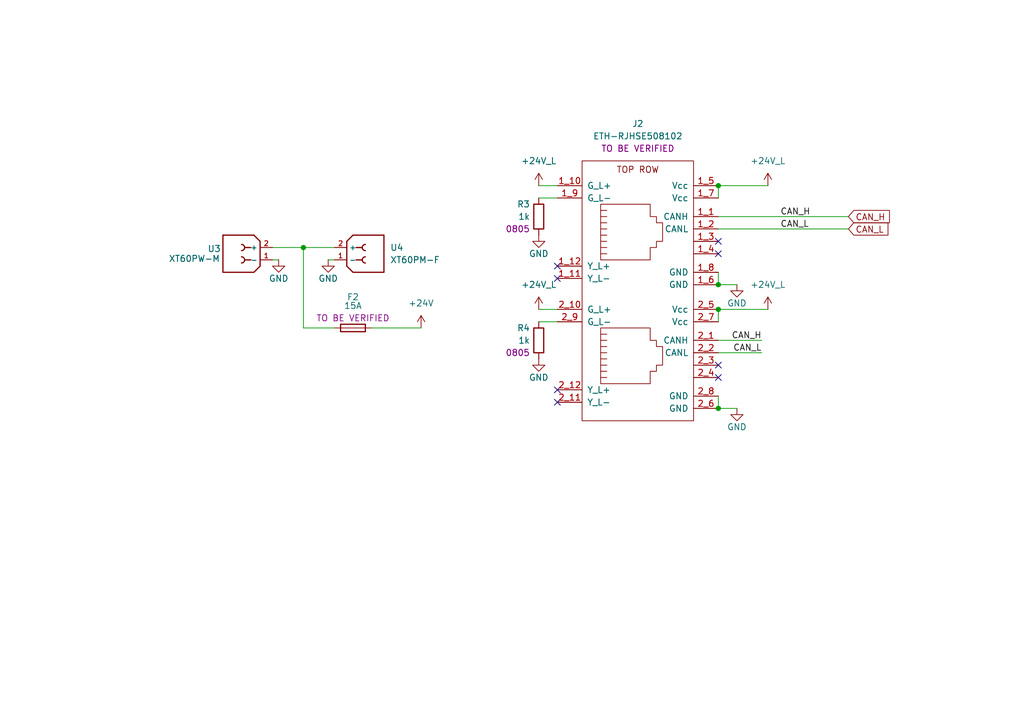
<source format=kicad_sch>
(kicad_sch (version 20231120) (generator "eeschema") (generator_version "8.0")
  (paper "A5")
  (title_block (title "ARM-JL Driver") (date "2025-02-03") (rev "REV0") (company "RobotiqueUdeS") (comment 1 "Made by Philippe Michaud"))
  (lib_symbols
    (symbol "RoverLibrary:ETH-RJHSE508102" (pin_names (offset 1.016))
      (property "Reference" "J" (at 0 11.684 0))
      (property "Value" "ETH-RJHSE508102" (at 0 9.398 0))
      (property "STATUS" "TO BE VERIFIED" (at 0.254 13.97 0))
      (symbol "ETH-RJHSE508102_0_1"
        (polyline (pts (xy 6.35 -29.21) (xy 7.62 -29.21)))
        (polyline (pts (xy 6.35 -27.94) (xy 7.62 -27.94)))
        (polyline (pts (xy 6.35 -3.81) (xy 7.62 -3.81)))
        (polyline (pts (xy 6.35 -2.54) (xy 7.62 -2.54)))
        (polyline (pts (xy 6.35 -30.48) (xy 7.62 -30.48) (xy 7.62 -30.48)))
        (polyline (pts (xy 6.35 -5.08) (xy 7.62 -5.08) (xy 7.62 -5.08)))
        (polyline (pts (xy 7.62 -36.83) (xy 6.35 -36.83) (xy 6.35 -36.83)))
        (polyline (pts (xy 7.62 -35.56) (xy 6.35 -35.56) (xy 6.35 -35.56)))
        (polyline (pts (xy 7.62 -34.29) (xy 6.35 -34.29) (xy 6.35 -34.29)))
        (polyline (pts (xy 7.62 -33.02) (xy 6.35 -33.02) (xy 6.35 -33.02)))
        (polyline (pts (xy 7.62 -31.75) (xy 6.35 -31.75) (xy 6.35 -31.75)))
        (polyline (pts (xy 7.62 -11.43) (xy 6.35 -11.43) (xy 6.35 -11.43)))
        (polyline (pts (xy 7.62 -10.16) (xy 6.35 -10.16) (xy 6.35 -10.16)))
        (polyline (pts (xy 7.62 -8.89) (xy 6.35 -8.89) (xy 6.35 -8.89)))
        (polyline (pts (xy 7.62 -7.62) (xy 6.35 -7.62) (xy 6.35 -7.62)))
        (polyline (pts (xy 7.62 -6.35) (xy 6.35 -6.35) (xy 6.35 -6.35)))
        (polyline (pts (xy 7.62 -38.1) (xy 7.62 -26.67) (xy -2.54 -26.67) (xy -2.54 -29.21) (xy -3.81 -29.21) (xy -3.81 -30.48) (xy -5.08 -30.48) (xy -5.08 -34.29) (xy -3.81 -34.29) (xy -3.81 -35.56) (xy -2.54 -35.56) (xy -2.54 -38.1) (xy 7.62 -38.1) (xy 7.62 -38.1)))
        (polyline (pts (xy 7.62 -12.7) (xy 7.62 -1.27) (xy -2.54 -1.27) (xy -2.54 -3.81) (xy -3.81 -3.81) (xy -3.81 -5.08) (xy -5.08 -5.08) (xy -5.08 -8.89) (xy -3.81 -8.89) (xy -3.81 -10.16) (xy -2.54 -10.16) (xy -2.54 -12.7) (xy 7.62 -12.7) (xy 7.62 -12.7)))
      )
      (symbol "ETH-RJHSE508102_1_1"
        (rectangle (start -11.43 7.62) (end 11.43 -45.72))
        (text "TOP ROW" (at 0 5.842 0) (effects (font (size 1.27 1.27))))
        (pin passive line (at -16.51 -3.81 0) (length 5.08) (name "CANH") (number "1_1"))
        (pin passive line (at 16.51 2.54 180) (length 5.08) (name "G_L+") (number "1_10"))
        (pin passive line (at 16.51 -16.51 180) (length 5.08) (name "Y_L-") (number "1_11"))
        (pin passive line (at 16.51 -13.97 180) (length 5.08) (name "Y_L+") (number "1_12"))
        (pin passive line (at -16.51 -6.35 0) (length 5.08) (name "CANL") (number "1_2"))
        (pin passive line (at -16.51 -8.89 0) (length 5.08) (name "~") (number "1_3"))
        (pin passive line (at -16.51 -11.43 0) (length 5.08) (name "~") (number "1_4"))
        (pin passive line (at -16.51 2.54 0) (length 5.08) (name "Vcc") (number "1_5"))
        (pin passive line (at -16.51 -17.78 0) (length 5.08) (name "GND") (number "1_6"))
        (pin passive line (at -16.51 0 0) (length 5.08) (name "Vcc") (number "1_7"))
        (pin passive line (at -16.51 -15.24 0) (length 5.08) (name "GND") (number "1_8"))
        (pin passive line (at 16.51 0 180) (length 5.08) (name "G_L-") (number "1_9"))
        (pin passive line (at -16.51 -29.21 0) (length 5.08) (name "CANH") (number "2_1"))
        (pin passive line (at 16.51 -22.86 180) (length 5.08) (name "G_L+") (number "2_10"))
        (pin passive line (at 16.51 -41.91 180) (length 5.08) (name "Y_L-") (number "2_11"))
        (pin passive line (at 16.51 -39.37 180) (length 5.08) (name "Y_L+") (number "2_12"))
        (pin passive line (at -16.51 -31.75 0) (length 5.08) (name "CANL") (number "2_2"))
        (pin passive line (at -16.51 -34.29 0) (length 5.08) (name "~") (number "2_3"))
        (pin passive line (at -16.51 -36.83 0) (length 5.08) (name "~") (number "2_4"))
        (pin passive line (at -16.51 -22.86 0) (length 5.08) (name "Vcc") (number "2_5"))
        (pin passive line (at -16.51 -43.18 0) (length 5.08) (name "GND") (number "2_6"))
        (pin passive line (at -16.51 -25.4 0) (length 5.08) (name "Vcc") (number "2_7"))
        (pin passive line (at -16.51 -40.64 0) (length 5.08) (name "GND") (number "2_8"))
        (pin passive line (at 16.51 -25.4 180) (length 5.08) (name "G_L-") (number "2_9"))
      )
    )
    (symbol "RoverLibrary:FuseHolder-3588-20" (pin_numbers hide) (pin_names (offset 0))
      (property "Reference" "F" (at 2.032 0 90))
      (property "Value" "FuseHolder-3588-20" (at -1.905 0 90))
      (property "STATUS" "TO BE VERIFIED" (at -4.064 -0.254 90))
      (symbol "FuseHolder-3588-20_0_1"
        (rectangle (start -0.762 2.54) (end 0.762 -2.54) (stroke (width 0.254)))
        (polyline (pts (xy 0 2.54) (xy 0 -2.54)))
      )
      (symbol "FuseHolder-3588-20_1_1"
        (pin power_out line (at 0 3.81 270) (length 1.27) (name "~") (number "1"))
        (pin power_in line (at 0 -3.81 90) (length 1.27) (name "~") (number "2"))
      )
    )
    (symbol "RoverLibrary:R_0805" (pin_numbers hide) (pin_names (offset 0))
      (property "Reference" "R" (at 2.032 0 90))
      (property "Value" "k" (at 0 0 90))
      (property "Package" "0805" (at -2.032 0 90))
      (symbol "R_0805_0_1"
        (rectangle (start -1.016 -2.54) (end 1.016 2.54) (stroke (width 0.254)))
      )
      (symbol "R_0805_1_1"
        (pin passive line (at 0 3.81 270) (length 1.27) (name "~") (number "1"))
        (pin passive line (at 0 -3.81 90) (length 1.27) (name "~") (number "2"))
      )
    )
    (symbol "RoverLibrary:XT60PW-F"
      (property "Reference" "U" (at 0 0 0))
      (property "Value" "XT60PM-F" (at 0 -1.524 0))
      (symbol "XT60PW-F_0_0"
        (polyline (pts (xy -3.81 -10.16) (xy -3.81 -2.54)) (stroke (width 0.254)))
        (polyline (pts (xy -3.81 -2.54) (xy 2.54 -2.54)) (stroke (width 0.254)))
        (polyline (pts (xy 1.9077 -7.62) (xy 0.6377 -7.62)) (stroke (width 0.254)))
        (polyline (pts (xy 1.9077 -5.08) (xy 0.6377 -5.08)) (stroke (width 0.254)))
        (polyline (pts (xy 2.54 -10.16) (xy -3.81 -10.16)) (stroke (width 0.254)))
        (polyline (pts (xy 3.81 -8.89) (xy 2.54 -10.16)) (stroke (width 0.254)))
        (polyline (pts (xy 3.81 -5.08) (xy 3.81 -8.89)) (stroke (width 0.254)))
        (polyline (pts (xy 3.81 -3.81) (xy 2.54 -2.54)) (stroke (width 0.254)))
        (polyline (pts (xy 3.81 -3.81) (xy 3.81 -5.08)) (stroke (width 0.254)))
        (arc (start 0.0027 -8.255) (mid 0.635 -7.62) (end 0.0027 -6.985) (stroke (width 0.254)))
        (arc (start 0.0027 -5.715) (mid 0.635 -5.08) (end 0.0027 -4.445) (stroke (width 0.254)))
      )
      (symbol "XT60PW-F_1_0"
        (pin power_in line (at 6.35 -7.62 180) (length 2.54) (name "-") (number "1"))
        (pin power_in line (at 6.35 -5.08 180) (length 2.54) (name "+") (number "2"))
      )
    )
    (symbol "RoverLibrary:XT60PW-M"
      (property "Reference" "U" (at 0 0 0))
      (property "Value" "XT60PW-M" (at 0 -1.524 0))
      (symbol "XT60PW-M_0_0"
        (polyline (pts (xy -3.81 -10.16) (xy -3.81 -2.54)) (stroke (width 0.254)))
        (polyline (pts (xy -3.81 -2.54) (xy 2.54 -2.54)) (stroke (width 0.254)))
        (polyline (pts (xy 1.9077 -7.62) (xy 0.6377 -7.62)) (stroke (width 0.254)))
        (polyline (pts (xy 1.9077 -5.08) (xy 0.6377 -5.08)) (stroke (width 0.254)))
        (polyline (pts (xy 2.54 -10.16) (xy -3.81 -10.16)) (stroke (width 0.254)))
        (polyline (pts (xy 3.81 -8.89) (xy 2.54 -10.16)) (stroke (width 0.254)))
        (polyline (pts (xy 3.81 -5.08) (xy 3.81 -8.89)) (stroke (width 0.254)))
        (polyline (pts (xy 3.81 -3.81) (xy 2.54 -2.54)) (stroke (width 0.254)))
        (polyline (pts (xy 3.81 -3.81) (xy 3.81 -5.08)) (stroke (width 0.254)))
        (arc (start 0.0027 -8.255) (mid 0.635 -7.62) (end 0.0027 -6.985) (stroke (width 0.254)))
        (arc (start 0.0027 -5.715) (mid 0.635 -5.08) (end 0.0027 -4.445) (stroke (width 0.254)))
      )
      (symbol "XT60PW-M_1_0"
        (pin power_out line (at 6.35 -7.62 180) (length 2.54) (name "-") (number "1"))
        (pin power_out line (at 6.35 -5.08 180) (length 2.54) (name "+") (number "2"))
      )
    )
    (symbol "power:+24V" (power) (pin_numbers hide) (pin_names (offset 0) hide)
      (property "Value" "+24V" (at 0 3.556 0))
      (symbol "+24V_0_1"
        (polyline (pts (xy -0.762 1.27) (xy 0 2.54)))
        (polyline (pts (xy 0 0) (xy 0 2.54)))
        (polyline (pts (xy 0 2.54) (xy 0.762 1.27)))
      )
      (symbol "+24V_1_1"
        (pin power_in line (at 0 0 90) (length 0) (name "~") (number "1"))
      )
    )
    (symbol "power:GND" (power) (pin_numbers hide) (pin_names (offset 0) hide)
      (property "Value" "GND" (at 0 -3.81 0))
      (symbol "GND_0_1"
        (polyline (pts (xy 0 0) (xy 0 -1.27) (xy 1.27 -1.27) (xy 0 -2.54) (xy -1.27 -1.27) (xy 0 -1.27)))
      )
      (symbol "GND_1_1"
        (pin power_in line (at 0 0 270) (length 0) (name "~") (number "1"))
      )
    )
  )
  (junction (at 147.32 83.82))
  (junction (at 147.32 58.42))
  (junction (at 62.23 50.8))
  (junction (at 147.32 38.1))
  (junction (at 147.32 63.5))
  (no_connect (at 114.3 80.01))
  (no_connect (at 147.32 77.47))
  (no_connect (at 114.3 57.15))
  (no_connect (at 147.32 74.93))
  (no_connect (at 147.32 49.53))
  (no_connect (at 114.3 54.61))
  (no_connect (at 147.32 52.07))
  (no_connect (at 114.3 82.55))
  (wire (pts (xy 147.32 81.28) (xy 147.32 83.82)))
  (wire (pts (xy 173.99 46.99) (xy 147.32 46.99)))
  (wire (pts (xy 57.15 53.34) (xy 55.88 53.34)))
  (wire (pts (xy 156.21 69.85) (xy 147.32 69.85)))
  (wire (pts (xy 151.13 83.82) (xy 147.32 83.82)))
  (wire (pts (xy 110.49 38.1) (xy 114.3 38.1)))
  (wire (pts (xy 157.48 63.5) (xy 147.32 63.5)))
  (wire (pts (xy 62.23 67.31) (xy 68.58 67.31)))
  (wire (pts (xy 55.88 50.8) (xy 62.23 50.8)))
  (wire (pts (xy 147.32 72.39) (xy 156.2189 72.39)))
  (wire (pts (xy 147.32 38.1) (xy 147.32 40.64)))
  (wire (pts (xy 86.36 67.31) (xy 76.2 67.31)))
  (wire (pts (xy 110.49 40.64) (xy 114.3 40.64)))
  (wire (pts (xy 62.23 50.8) (xy 62.23 67.31)))
  (wire (pts (xy 147.32 63.5) (xy 147.32 66.04)))
  (wire (pts (xy 110.49 66.04) (xy 114.3 66.04)))
  (wire (pts (xy 151.13 58.42) (xy 147.32 58.42)))
  (wire (pts (xy 67.31 53.34) (xy 68.58 53.34)))
  (wire (pts (xy 157.48 38.1) (xy 147.32 38.1)))
  (wire (pts (xy 62.23 50.8) (xy 68.58 50.8)))
  (wire (pts (xy 173.99 44.45) (xy 147.32 44.45)))
  (wire (pts (xy 147.32 55.88) (xy 147.32 58.42)))
  (wire (pts (xy 110.49 63.5) (xy 114.3 63.5)))
  (label "CAN_H" (at 156.21 69.85 180))
  (label "CAN_L" (at 156.2189 72.39 180))
  (label "CAN_H" (at 160.02 44.45 0))
  (label "CAN_L" (at 160.0289 46.99 0))
  (global_label "CAN_L" (shape input) (at 173.99 46.99 0) (property "Intersheetrefs" "${INTERSHEET_REFS}" (effects (hide yes))))
  (global_label "CAN_H" (shape input) (at 173.99 44.45 0) (property "Intersheetrefs" "${INTERSHEET_REFS}" (effects (hide yes))))
  (symbol (lib_id "power:GND") (at 67.31 53.34 0) (unit 1)
    (property "Reference" "#PWR013" (effects (hide yes)))
    (property "Value" "GND" (at 67.31 57.15 0))
    (property "Description" "Power symbol creates a global label with name \"GND\" , ground" (effects (hide yes)))
  )
  (symbol (lib_id "power:GND") (at 151.13 83.82 0) (unit 1)
    (property "Reference" "#PWR020" (effects (hide yes)))
    (property "Value" "GND" (at 151.13 87.63 0))
    (property "Description" "Power symbol creates a global label with name \"GND\" , ground" (effects (hide yes)))
  )
  (symbol (lib_id "RoverLibrary:XT60PW-F") (at 74.93 45.72 0) (mirror y) (unit 1)
    (property "Reference" "U4" (at 80.01 50.7999 0) (effects (justify right)))
    (property "Value" "XT60PM-F" (at 80.01 53.3399 0) (effects (justify right)))
    (property "Footprint" "RoverFootprint:AMASS_XT60PW-F_1x02_P7.20mm_Horizontal" (effects (hide yes)))
    (property "STATUS" "APPROVED" (effects (hide yes)))
  )
  (symbol (lib_id "power:GND") (at 110.49 73.66 0) (unit 1)
    (property "Reference" "#PWR018" (effects (hide yes)))
    (property "Value" "GND" (at 110.49 77.47 0))
    (property "Description" "Power symbol creates a global label with name \"GND\" , ground" (effects (hide yes)))
  )
  (symbol (lib_id "power:+24V") (at 110.49 63.5 0) (mirror y) (unit 1)
    (property "Reference" "#PWR017" (effects (hide yes)))
    (property "Value" "+24V_L" (at 110.49 58.42 0))
    (property "Description" "Power symbol creates a global label with name \"+24V\"" (effects (hide yes)))
  )
  (symbol (lib_id "power:+24V") (at 157.48 38.1 0) (mirror y) (unit 1)
    (property "Reference" "#PWR021" (effects (hide yes)))
    (property "Value" "+24V_L" (at 157.48 33.02 0))
    (property "Description" "Power symbol creates a global label with name \"+24V\"" (effects (hide yes)))
  )
  (symbol (lib_id "power:GND") (at 110.49 48.26 0) (unit 1)
    (property "Reference" "#PWR016" (effects (hide yes)))
    (property "Value" "GND" (at 110.49 52.07 0))
    (property "Description" "Power symbol creates a global label with name \"GND\" , ground" (effects (hide yes)))
  )
  (symbol (lib_id "RoverLibrary:XT60PW-M") (at 49.53 45.72 0) (unit 1)
    (property "Reference" "U3" (at 43.942 51.054 0))
    (property "Value" "XT60PW-M" (at 39.878 53.086 0))
    (property "Footprint" "RoverFootprint:AMASS_XT60PW-M_1x02_P7.20mm_Horizontal" (effects (hide yes)))
    (property "STATUS" "APPROVED" (effects (hide yes)))
  )
  (symbol (lib_id "RoverLibrary:R_0805") (at 110.49 44.45 0) (unit 1)
    (property "Reference" "R3" (at 108.712 41.91 0) (effects (justify right)))
    (property "Value" "1k" (at 108.712 44.45 0) (effects (justify right)))
    (property "Footprint" "Resistor_SMD:R_0805_2012Metric_Pad1.20x1.40mm_HandSolder" (effects (hide yes)))
    (property "Description" "Resistor" (effects (hide yes)))
    (property "Package" "0805" (at 108.712 46.99 0) (effects (justify right)))
  )
  (symbol (lib_id "RoverLibrary:ETH-RJHSE508102") (at 130.81 40.64 0) (mirror y) (unit 1)
    (property "Reference" "J2" (at 130.81 25.4 0))
    (property "Value" "ETH-RJHSE508102" (at 130.81 27.94 0))
    (property "Footprint" "RoverFootprint:ETH-RJHSE508102" (effects (hide yes)))
    (property "Description" "RJ connector, 8P8C (8 positions 8 connected), RJ31/RJ32/RJ33/RJ34/RJ35/RJ41/RJ45/RJ49/RJ61" (effects (hide yes)))
    (property "STATUS" "TO BE VERIFIED" (at 130.81 30.48 0))
  )
  (symbol (lib_id "power:GND") (at 151.13 58.42 0) (unit 1)
    (property "Reference" "#PWR019" (effects (hide yes)))
    (property "Value" "GND" (at 151.13 62.23 0))
    (property "Description" "Power symbol creates a global label with name \"GND\" , ground" (effects (hide yes)))
  )
  (symbol (lib_id "RoverLibrary:R_0805") (at 110.49 69.85 0) (unit 1)
    (property "Reference" "R4" (at 108.712 67.31 0) (effects (justify right)))
    (property "Value" "1k" (at 108.712 69.85 0) (effects (justify right)))
    (property "Footprint" "Resistor_SMD:R_0805_2012Metric_Pad1.20x1.40mm_HandSolder" (effects (hide yes)))
    (property "Description" "Resistor" (effects (hide yes)))
    (property "Package" "0805" (at 108.712 72.39 0) (effects (justify right)))
  )
  (symbol (lib_id "power:+24V") (at 86.36 67.31 0) (unit 1)
    (property "Reference" "#PWR014" (effects (hide yes)))
    (property "Value" "+24V" (at 86.36 62.23 0))
    (property "Description" "Power symbol creates a global label with name \"+24V\"" (effects (hide yes)))
  )
  (symbol (lib_id "power:GND") (at 57.15 53.34 0) (unit 1)
    (property "Reference" "#PWR012" (effects (hide yes)))
    (property "Value" "GND" (at 57.15 57.15 0))
    (property "Description" "Power symbol creates a global label with name \"GND\" , ground" (effects (hide yes)))
  )
  (symbol (lib_id "power:+24V") (at 110.49 38.1 0) (mirror y) (unit 1)
    (property "Reference" "#PWR015" (effects (hide yes)))
    (property "Value" "+24V_L" (at 110.49 33.02 0))
    (property "Description" "Power symbol creates a global label with name \"+24V\"" (effects (hide yes)))
  )
  (symbol (lib_id "RoverLibrary:FuseHolder-3588-20") (at 72.39 67.31 90) (unit 1)
    (property "Reference" "F2" (at 72.39 60.96 90))
    (property "Value" "15A" (at 72.39 62.738 90))
    (property "Footprint" "RoverFootprint:FuseHolder-3588-20" (effects (hide yes)))
    (property "Description" "FuseHolder SMD 20A Max" (effects (hide yes)))
    (property "STATUS" "TO BE VERIFIED" (at 72.39 65.278 90))
  )
  (symbol (lib_id "power:+24V") (at 157.48 63.5 0) (mirror y) (unit 1)
    (property "Reference" "#PWR022" (effects (hide yes)))
    (property "Value" "+24V_L" (at 157.48 58.42 0))
    (property "Description" "Power symbol creates a global label with name \"+24V\"" (effects (hide yes)))
  )
)
</source>
